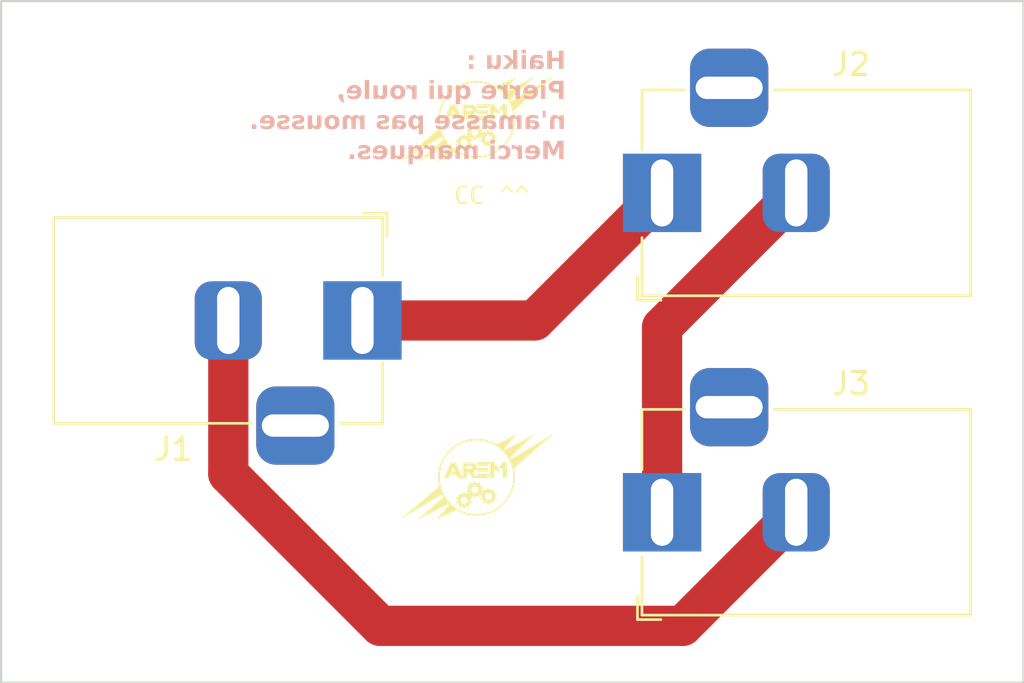
<source format=kicad_pcb>
(kicad_pcb (version 20240108) (generator "pcbnew") (generator_version "8.0")
  (layers (0 "F.Cu" signal) (31 "B.Cu" signal) (34 "B.Paste" user) (35 "F.Paste" user) (36 "B.SilkS" user "B.Silkscreen") (37 "F.SilkS" user "F.Silkscreen") (38 "B.Mask" user) (39 "F.Mask" user) (44 "Edge.Cuts" user))
  (net 0 "")
  (net 1 "Net-(J1-Pin_1)")
  (net 2 "Net-(J1-Pin_2)")
  (footprint "Connector_BarrelJack:BarrelJack_Horizontal" (layer "F.Cu") (at 108.3 73.66 180)
    (property "Reference" "J3" (at -8.45 5.75 0) (layer "F.SilkS"))
    (property "Value" "Conn_01x02_Pin")
    (fp_line (start 1.1 -3.75) (end 1.1 -4.8) (stroke (width 0.12)) (layer "F.SilkS"))
    (fp_line (start 0.9 4.6) (end -1 4.6) (stroke (width 0.12)) (layer "F.SilkS"))
    (fp_line (start 0.9 1.9) (end 0.9 4.6) (stroke (width 0.12)) (layer "F.SilkS"))
    (fp_line (start 0.9 -4.6) (end 0.9 -2) (stroke (width 0.12)) (layer "F.SilkS"))
    (fp_line (start 0.05 -4.8) (end 1.1 -4.8) (stroke (width 0.12)) (layer "F.SilkS"))
    (fp_line (start -5 4.6) (end -13.8 4.6) (stroke (width 0.12)) (layer "F.SilkS"))
    (fp_line (start -13.8 4.6) (end -13.8 -4.6) (stroke (width 0.12)) (layer "F.SilkS"))
    (fp_line (start -13.8 -4.6) (end 0.9 -4.6) (stroke (width 0.12)) (layer "F.SilkS"))
    (pad "1" thru_hole rect (at 0 0 180) (size 3.5 3.5) (drill oval 1 3) (layers "*.Cu" "*.Mask") (net 2 "Net-(J1-Pin_2)"))
    (pad "2" thru_hole roundrect (at -6 0 180) (size 3 3.5) (drill oval 1 3) (layers "*.Cu" "*.Mask") (net 2 "Net-(J1-Pin_2)"))
    (pad "3" thru_hole roundrect (at -3 4.7 180) (size 3.5 3.5) (drill oval 3 1) (layers "*.Cu" "*.Mask") (net 2 "Net-(J1-Pin_2)"))
  )
  (footprint "Connector_BarrelJack:BarrelJack_Horizontal" (layer "F.Cu") (at 94.9 65.0825)
    (property "Reference" "J1" (at -8.45 5.75 0) (layer "F.SilkS"))
    (property "Value" "Conn_01x02_Pin")
    (fp_line (start -13.8 -4.6) (end 0.9 -4.6) (stroke (width 0.12)) (layer "F.SilkS"))
    (fp_line (start -13.8 4.6) (end -13.8 -4.6) (stroke (width 0.12)) (layer "F.SilkS"))
    (fp_line (start -5 4.6) (end -13.8 4.6) (stroke (width 0.12)) (layer "F.SilkS"))
    (fp_line (start 0.05 -4.8) (end 1.1 -4.8) (stroke (width 0.12)) (layer "F.SilkS"))
    (fp_line (start 0.9 -4.6) (end 0.9 -2) (stroke (width 0.12)) (layer "F.SilkS"))
    (fp_line (start 0.9 1.9) (end 0.9 4.6) (stroke (width 0.12)) (layer "F.SilkS"))
    (fp_line (start 0.9 4.6) (end -1 4.6) (stroke (width 0.12)) (layer "F.SilkS"))
    (fp_line (start 1.1 -3.75) (end 1.1 -4.8) (stroke (width 0.12)) (layer "F.SilkS"))
    (pad "1" thru_hole rect (at 0 0) (size 3.5 3.5) (drill oval 1 3) (layers "*.Cu" "*.Mask") (net 1 "Net-(J1-Pin_1)"))
    (pad "2" thru_hole roundrect (at -6 0) (size 3 3.5) (drill oval 1 3) (layers "*.Cu" "*.Mask") (net 2 "Net-(J1-Pin_2)"))
    (pad "3" thru_hole roundrect (at -3 4.7) (size 3.5 3.5) (drill oval 3 1) (layers "*.Cu" "*.Mask") (net 2 "Net-(J1-Pin_2)"))
  )
  (footprint "cdr:logo_petit" (layer "F.Cu") (at 100 72)
    (property "Reference" "G***" (hide yes))
    (property "Value" "LOGO" (hide yes))
    (fp_poly (pts (xy 1.36211 -0.260429) (xy 1.365335 -0.153458) (xy 1.367187 -0.058092) (xy 1.367643 0.020128) (xy 1.366678 0.075663) (xy 1.364269 0.102971) (xy 1.36371 0.104414) (xy 1.341512 0.114393) (xy 1.296847 0.1206) (xy 1.267237 0.121614) (xy 1.181396 0.121614) (xy 1.181396 -0.095554) (xy 1.181396 -0.312722) (xy 1.085841 -0.312722) (xy 1.033504 -0.314796) (xy 0.998797 -0.320147) (xy 0.990287 -0.325335) (xy 0.999453 -0.344343) (xy 1.024041 -0.384882) (xy 1.05969 -0.439917) (xy 1.081498 -0.47244) (xy 1.172709 -0.606932) (xy 1.261294 -0.607501) (xy 1.34988 -0.608071)) (fill solid) (layer "F.SilkS"))
    (fp_poly (pts (xy 0.908597 -0.406404) (xy 0.960079 -0.336409) (xy 1.003982 -0.275187) (xy 1.036068 -0.228756) (xy 1.052101 -0.203137) (xy 1.052861 -0.201457) (xy 1.046008 -0.183954) (xy 1.007944 -0.171771) (xy 0.989081 -0.168827) (xy 0.931004 -0.163572) (xy 0.893422 -0.171368) (xy 0.862799 -0.198246) (xy 0.833926 -0.237964) (xy 0.790493 -0.301649) (xy 0.785615 -0.090017) (xy 0.780736 0.121614) (xy 0.686084 0.121614) (xy 0.591432 0.121614) (xy 0.586722 -0.221511) (xy 0.582011 -0.564637) (xy 0.542568 -0.4908) (xy 0.503124 -0.416963) (xy 0.26058 -0.416963) (xy 0.164574 -0.41713) (xy 0.097712 -0.418246) (xy 0.054393 -0.421233) (xy 0.029015 -0.427015) (xy 0.015976 -0.436513) (xy 0.009673 -0.450651) (xy 0.007578 -0.458629) (xy 0.001497 -0.509842) (xy 0.002904 -0.541153) (xy 0.008687 -0.582011) (xy 0.390903 -0.585232) (xy 0.773119 -0.588453)) (fill solid) (layer "F.SilkS"))
    (fp_poly (pts (xy -1.043653 -0.569689) (xy -0.930788 -0.564637) (xy -0.787203 -0.243228) (xy -0.743196 -0.144755) (xy -0.703837 -0.056747) (xy -0.671394 0.015732) (xy -0.648134 0.067616) (xy -0.636323 0.093843) (xy -0.635538 0.095554) (xy -0.633088 0.084555) (xy -0.630983 0.043723) (xy -0.629339 -0.02203) (xy -0.628272 -0.10779) (xy -0.6279 -0.208646) (xy -0.627913 -0.225855) (xy -0.628123 -0.382562) (xy -0.452514 -0.382562) (xy -0.446765 -0.34055) (xy -0.440565 -0.316322) (xy -0.432188 -0.29509) (xy -0.415821 -0.283714) (xy -0.38296 -0.279845) (xy -0.325101 -0.281132) (xy -0.314845 -0.281575) (xy -0.252881 -0.28539) (xy -0.217546 -0.291963) (xy -0.200721 -0.304328) (xy -0.19429 -0.32552) (xy -0.194118 -0.326709) (xy -0.196166 -0.370515) (xy -0.219951 -0.398472) (xy -0.269577 -0.413103) (xy -0.34091 -0.416963) (xy -0.405252 -0.415048) (xy -0.440565 -0.405488) (xy -0.452514 -0.382562) (xy -0.628123 -0.382562) (xy -0.628367 -0.564637) (xy -0.383793 -0.569457) (xy -0.282597 -0.570816) (xy -0.209859 -0.569912) (xy -0.159332 -0.566219) (xy -0.124771 -0.559209) (xy -0.09993 -0.548356) (xy -0.094669 -0.545086) (xy -0.054535 -0.50612) (xy -0.017045 -0.44958) (xy 0.00953 -0.389934) (xy 0.017374 -0.349109) (xy 0.019108 -0.335588) (xy 0.027839 -0.326266) (xy 0.048861 -0.320477) (xy 0.087469 -0.317557) (xy 0.148956 -0.316839) (xy 0.238617 -0.317661) (xy 0.264945 -0.318013) (xy 0.512517 -0.321409) (xy 0.517813 -0.238885) (xy 0.523108 -0.156361) (xy 0.270241 -0.156361) (xy 0.017374 -0.156361) (xy 0.017374 -0.221201) (xy 0.017374 -0.286041) (xy -0.025844 -0.22244) (xy -0.060714 -0.180291) (xy -0.095687 -0.151756) (xy -0.105281 -0.147344) (xy -0.126374 -0.136857) (xy -0.131925 -0.119678) (xy -0.120148 -0.090316) (xy -0.089259 -0.043276) (xy -0.057229 0.000534) (xy 0.008687 0.089084) (xy 0.014029 0.018482) (xy 0.019371 -0.05212) (xy 0.287661 -0.05212) (xy 0.555951 -0.05212) (xy 0.555951 0.034747) (xy 0.555951 0.121614) (xy 0.38656 0.125068) (xy 0.294812 0.126622) (xy 0.184918 0.128009) (xy 0.073476 0.129037) (xy 0.010584 0.129412) (xy -0.196 0.130301) (xy -0.310825 -0.031314) (xy -0.42565 -0.192929) (xy -0.430622 -0.026971) (xy -0.435595 0.138988) (xy -0.626355 0.138988) (xy -0.817115 0.138988) (xy -0.846112 0.078181) (xy -0.864401 0.043878) (xy -0.884485 0.025736) (xy -0.917271 0.018615) (xy -0.973666 0.017374) (xy -0.975149 0.017374) (xy -1.033037 0.015833) (xy -1.067457 0.008223) (xy -1.089653 -0.009933) (xy -1.105978 -0.034747) (xy -1.128901 -0.069494) (xy -1.144791 -0.086445) (xy -1.146051 -0.086774) (xy -1.156792 -0.071944) (xy -1.176063 -0.033135) (xy -1.199712 0.021281) (xy -1.199929 0.02181) (xy -1.244523 0.130301) (xy -1.354146 0.135531) (xy -1.413385 0.137449) (xy -1.444839 0.134793) (xy -1.455362 0.125741) (xy -1.45218 0.10947) (xy -1.441938 0.084516) (xy -1.420083 0.033045) (xy -1.388905 -0.039614) (xy -1.350691 -0.128134) (xy -1.329428 -0.177156) (xy -1.107815 -0.177156) (xy -1.093108 -0.16112) (xy -1.056086 -0.156493) (xy -1.042407 -0.156361) (xy -0.998893 -0.160367) (xy -0.974687 -0.170376) (xy -0.972914 -0.174427) (xy -0.980319 -0.19965) (xy -0.999064 -0.242741) (xy -1.010351 -0.265637) (xy -1.047788 -0.338782) (xy -1.078556 -0.269288) (xy -1.102275 -0.211059) (xy -1.107815 -0.177156) (xy -1.329428 -0.177156) (xy -1.307729 -0.227185) (xy -1.298555 -0.24828) (xy -1.156519 -0.574741)) (fill solid) (layer "F.SilkS"))
    (fp_poly (pts (xy 3.405199 -1.811179) (xy 3.392397 -1.797221) (xy 3.355447 -1.762518) (xy 3.296527 -1.709001) (xy 3.21782 -1.6386) (xy 3.121506 -1.553243) (xy 3.009764 -1.454861) (xy 2.884776 -1.345384) (xy 2.748722 -1.22674) (xy 2.603782 -1.100861) (xy 2.545085 -1.050021) (xy 1.684972 -0.305615) (xy 1.698129 -0.217958) (xy 1.702919 -0.168104) (xy 1.706843 -0.092795) (xy 1.709557 -0.001321) (xy 1.710717 0.09703) (xy 1.710723 0.121614) (xy 1.709399 0.234297) (xy 1.705337 0.322093) (xy 1.697549 0.39482) (xy 1.685043 0.462295) (xy 1.670409 0.521204) (xy 1.589998 0.754626) (xy 1.479059 0.97155) (xy 1.338114 1.171072) (xy 1.217463 1.30433) (xy 1.070329 1.437609) (xy 0.91675 1.546992) (xy 0.743549 1.641706) (xy 0.719307 1.653235) (xy 0.605114 1.703757) (xy 0.502628 1.741211) (xy 0.402824 1.767421) (xy 0.296681 1.784213) (xy 0.175174 1.793412) (xy 0.029281 1.796841) (xy 0.008687 1.796956) (xy -0.148302 1.79484) (xy -0.280031 1.785836) (xy -0.39563 1.768054) (xy -0.504223 1.739608) (xy -0.614937 1.698611) (xy -0.736899 1.643175) (xy -0.738372 1.642461) (xy -0.894733 1.566623) (xy -1.316921 1.766927) (xy -1.428865 1.819481) (xy -1.530438 1.8661) (xy -1.61747 1.904958) (xy -1.685794 1.934226) (xy -1.731241 1.952079) (xy -1.749643 1.956687) (xy -1.749703 1.956636) (xy -1.748248 1.937132) (xy -1.734173 1.915531) (xy -1.715341 1.893724) (xy -1.67747 1.850018) (xy -1.624314 1.788738) (xy -1.559626 1.714212) (xy -1.48716 1.630766) (xy -1.460847 1.600475) (xy -1.371809 1.496342) (xy -1.30355 1.412925) (xy -1.256936 1.351359) (xy -1.232836 1.312781) (xy -1.230432 1.299144) (xy -1.250321 1.302614) (xy -1.299744 1.322354) (xy -1.37777 1.357917) (xy -1.483469 1.408859) (xy -1.615914 1.474734) (xy -1.774174 1.555097) (xy -1.905712 1.622779) (xy -2.045412 1.694857) (xy -2.175567 1.761733) (xy -2.29294 1.821765) (xy -2.394293 1.87331) (xy -2.476389 1.914724) (xy -2.535989 1.944364) (xy -2.569857 1.960587) (xy -2.576426 1.963201) (xy -2.587554 1.950743) (xy -2.587516 1.950171) (xy -2.574616 1.93632) (xy -2.538216 1.902085) (xy -2.481023 1.849894) (xy -2.405747 1.782178) (xy -2.315095 1.701366) (xy -2.211776 1.609888) (xy -2.098497 1.510172) (xy -2.03345 1.453152) (xy -1.480513 0.969162) (xy -1.508909 0.919685) (xy -1.530965 0.887303) (xy -1.550573 0.881618) (xy -1.572175 0.892775) (xy -1.593333 0.905631) (xy -1.641588 0.934455) (xy -1.714103 0.977566) (xy -1.808042 1.033283) (xy -1.920571 1.099928) (xy -2.048851 1.175819) (xy -2.190049 1.259278) (xy -2.341328 1.348624) (xy -2.440971 1.407438) (xy -2.597325 1.499738) (xy -2.745521 1.587293) (xy -2.882704 1.668411) (xy -3.006019 1.7414) (xy -3.112612 1.804571) (xy -3.199629 1.85623) (xy -3.264214 1.894688) (xy -3.303513 1.918252) (xy -3.313988 1.924679) (xy -3.343824 1.938194) (xy -3.353078 1.931017) (xy -3.340131 1.916823) (xy -3.30279 1.882265) (xy -3.243301 1.829288) (xy -3.163912 1.759834) (xy -3.06687 1.675847) (xy -2.954422 1.579269) (xy -2.828815 1.472043) (xy -2.692297 1.356113) (xy -2.547115 1.233421) (xy -2.514091 1.205593) (xy -1.675105 0.498975) (xy -1.698747 0.366759) (xy -1.712941 0.242485) (xy -1.71657 0.098131) (xy -1.7147 0.053732) (xy -1.64475 0.053732) (xy -1.633724 0.283977) (xy -1.591301 0.509335) (xy -1.518387 0.726417) (xy -1.415887 0.931836) (xy -1.284707 1.122201) (xy -1.125753 1.294126) (xy -1.110421 1.3083) (xy -0.957394 1.4296) (xy -0.782702 1.536649) (xy -0.595988 1.624707) (xy -0.406892 1.689036) (xy -0.277971 1.71746) (xy -0.175807 1.728934) (xy -0.054505 1.734206) (xy 0.072794 1.733383) (xy 0.192948 1.726568) (xy 0.292814 1.713866) (xy 0.298164 1.712863) (xy 0.530855 1.652275) (xy 0.745069 1.562832) (xy 0.943569 1.443102) (xy 1.129121 1.291654) (xy 1.150392 1.271527) (xy 1.303854 1.100739) (xy 1.430305 0.911109) (xy 1.528909 0.706491) (xy 1.59883 0.490742) (xy 1.639231 0.267714) (xy 1.649277 0.041265) (xy 1.628132 -0.184753) (xy 1.574959 -0.406484) (xy 1.537226 -0.511731) (xy 1.43157 -0.731046) (xy 1.299574 -0.92816) (xy 1.142686 -1.10173) (xy 0.962358 -1.250411) (xy 0.760042 -1.372858) (xy 0.537187 -1.467725) (xy 0.488453 -1.483848) (xy 0.262467 -1.537703) (xy 0.03617 -1.558484) (xy -0.187525 -1.547716) (xy -0.405703 -1.506921) (xy -0.615452 -1.437623) (xy -0.813858 -1.341347) (xy -0.998008 -1.219615) (xy -1.164989 -1.073951) (xy -1.311888 -0.905879) (xy -1.43579 -0.716921) (xy -1.533783 -0.508603) (xy -1.568992 -0.407865) (xy -1.623474 -0.178012) (xy -1.64475 0.053732) (xy -1.7147 0.053732) (xy -1.710186 -0.053464) (xy -1.694339 -0.199462) (xy -1.669584 -0.327022) (xy -1.668795 -0.330096) (xy -1.627061 -0.462061) (xy -1.569175 -0.604375) (xy -1.50123 -0.743872) (xy -1.429319 -0.867382) (xy -1.40069 -0.909527) (xy -1.339618 -0.986092) (xy -1.26029 -1.073281) (xy -1.171449 -1.162482) (xy -1.08184 -1.245086) (xy -1.000206 -1.312481) (xy -0.967323 -1.336289) (xy -0.913683 -1.369342) (xy -0.840564 -1.409893) (xy -0.760216 -1.451272) (xy -0.723338 -1.469156) (xy -0.501736 -1.555268) (xy -0.271555 -1.608903) (xy -0.036448 -1.630107) (xy 0.199932 -1.618928) (xy 0.433932 -1.575411) (xy 0.661897 -1.499602) (xy 0.771087 -1.450288) (xy 0.89067 -1.391263) (xy 1.325415 -1.599051) (xy 1.438945 -1.653184) (xy 1.541976 -1.702062) (xy 1.63043 -1.743772) (xy 1.700231 -1.776399) (xy 1.747303 -1.79803) (xy 1.76757 -1.806751) (xy 1.767985 -1.80684) (xy 1.772825 -1.801127) (xy 1.764435 -1.782502) (xy 1.741084 -1.748737) (xy 1.701041 -1.697602) (xy 1.642575 -1.62687) (xy 1.563956 -1.53431) (xy 1.486333 -1.444142) (xy 1.411408 -1.356275) (xy 1.345838 -1.277095) (xy 1.29254 -1.210318) (xy 1.254434 -1.15966) (xy 1.234439 -1.128839) (xy 1.232639 -1.12113) (xy 1.249717 -1.127536) (xy 1.29352 -1.148403) (xy 1.360192 -1.181698) (xy 1.445876 -1.225391) (xy 1.546713 -1.277448) (xy 1.658848 -1.335838) (xy 1.778421 -1.398531) (xy 1.901575 -1.463494) (xy 2.024454 -1.528695) (xy 2.143199 -1.592103) (xy 2.253953 -1.651686) (xy 2.352859 -1.705412) (xy 2.436059 -1.751251) (xy 2.499696 -1.787169) (xy 2.522295 -1.80037) (xy 2.540832 -1.795896) (xy 2.543133 -1.792831) (xy 2.53293 -1.778105) (xy 2.500077 -1.741998) (xy 2.447116 -1.687064) (xy 2.376588 -1.615855) (xy 2.291035 -1.530923) (xy 2.192997 -1.43482) (xy 2.085017 -1.3301) (xy 2.022317 -1.26976) (xy 1.88785 -1.14031) (xy 1.777055 -1.032688) (xy 1.688162 -0.945053) (xy 1.619403 -0.875565) (xy 1.56901 -0.822383) (xy 1.535214 -0.783666) (xy 1.516248 -0.757573) (xy 1.510344 -0.742264) (xy 1.51166 -0.738168) (xy 1.52107 -0.736441) (xy 1.541804 -0.742573) (xy 1.575795 -0.757652) (xy 1.624978 -0.782768) (xy 1.691288 -0.81901) (xy 1.77666 -0.867466) (xy 1.883028 -0.929227) (xy 2.012326 -1.005379) (xy 2.16649 -1.097014) (xy 2.347454 -1.205219) (xy 2.440147 -1.260808) (xy 2.602623 -1.358223) (xy 2.756701 -1.450416) (xy 2.899726 -1.535811) (xy 3.029041 -1.61283) (xy 3.141991 -1.679897) (xy 3.235922 -1.735436) (xy 3.308178 -1.777871) (xy 3.356103 -1.805623) (xy 3.377042 -1.817118) (xy 3.377332 -1.817237) (xy 3.400789 -1.818503)) (fill solid) (layer "F.SilkS"))
    (fp_poly (pts (xy -0.046095 0.283781) (xy -0.028047 0.308725) (xy -0.025098 0.319057) (xy -0.002559 0.361402) (xy 0.032273 0.373471) (xy 0.072944 0.353034) (xy 0.073023 0.352962) (xy 0.110931 0.333318) (xy 0.141505 0.34494) (xy 0.160646 0.384499) (xy 0.165048 0.427705) (xy 0.167513 0.471755) (xy 0.180401 0.492084) (xy 0.211948 0.499652) (xy 0.219739 0.500456) (xy 0.265123 0.516195) (xy 0.287467 0.546387) (xy 0.283168 0.581723) (xy 0.260516 0.605847) (xy 0.229822 0.639759) (xy 0.233626 0.674647) (xy 0.251915 0.694939) (xy 0.272495 0.707157) (xy 0.277956 0.691602) (xy 0.277976 0.689242) (xy 0.291778 0.655529) (xy 0.325343 0.640766) (xy 0.366909 0.649288) (xy 0.374418 0.653685) (xy 0.421033 0.669768) (xy 0.457338 0.653531) (xy 0.476808 0.614405) (xy 0.492185 0.582793) (xy 0.523455 0.575586) (xy 0.53484 0.576572) (xy 0.57419 0.591536) (xy 0.587423 0.620033) (xy 0.605625 0.654941) (xy 0.642199 0.664292) (xy 0.69021 0.646339) (xy 0.690682 0.646042) (xy 0.733596 0.633401) (xy 0.765347 0.649574) (xy 0.778243 0.688801) (xy 0.776306 0.710154) (xy 0.774018 0.763104) (xy 0.794255 0.791482) (xy 0.834614 0.799179) (xy 0.877821 0.811147) (xy 0.899141 0.840018) (xy 0.894783 0.875239) (xy 0.870979 0.900429) (xy 0.838779 0.933278) (xy 0.841322 0.966076) (xy 0.868587 0.992512) (xy 0.895068 1.025629) (xy 0.892224 1.060536) (xy 0.863657 1.087925) (xy 0.82781 1.097903) (xy 0.791344 1.104584) (xy 0.777639 1.122438) (xy 0.778019 1.162964) (xy 0.778087 1.163798) (xy 0.773074 1.219964) (xy 0.749544 1.250621) (xy 0.71146 1.252576) (xy 0.684346 1.239356) (xy 0.637661 1.221036) (xy 0.603963 1.233046) (xy 0.587702 1.271544) (xy 0.568348 1.307322) (xy 0.542459 1.317309) (xy 0.511039 1.313356) (xy 0.490239 1.284984) (xy 0.484296 1.269532) (xy 0.45882 1.227382) (xy 0.423997 1.218643) (xy 0.380762 1.243533) (xy 0.379241 1.244895) (xy 0.353242 1.263797) (xy 0.331771 1.258269) (xy 0.313804 1.243181) (xy 0.290631 1.211607) (xy 0.294928 1.173963) (xy 0.296555 1.169537) (xy 0.305854 1.124893) (xy 0.288735 1.101298) (xy 0.243374 1.094528) (xy 0.19974 1.082681) (xy 0.178024 1.054038) (xy 0.182028 1.01895) (xy 0.206176 0.993278) (xy 0.238219 0.960007) (xy 0.238135 0.958303) (xy 0.383282 0.958303) (xy 0.399592 1.015641) (xy 0.441869 1.064562) (xy 0.46927 1.081471) (xy 0.5097 1.10176) (xy 0.533866 1.10918) (xy 0.557489 1.104442) (xy 0.596289 1.088257) (xy 0.598544 1.087312) (xy 0.65698 1.048036) (xy 0.689204 0.995508) (xy 0.69678 0.937354) (xy 0.681276 0.881197) (xy 0.644257 0.834659) (xy 0.587288 0.805365) (xy 0.539367 0.799179) (xy 0.470981 0.812985) (xy 0.420894 0.849254) (xy 0.391022 0.900267) (xy 0.383282 0.958303) (xy 0.238135 0.958303) (xy 0.236612 0.927586) (xy 0.208482 0.90342) (xy 0.181716 0.893714) (xy 0.17381 0.907482) (xy 0.173735 0.910884) (xy 0.159785 0.943583) (xy 0.126029 0.958631) (xy 0.084609 0.952046) (xy 0.071374 0.944478) (xy 0.026991 0.926114) (xy -0.005229 0.93867) (xy -0.020369 0.976195) (xy -0.037323 1.012715) (xy -0.067927 1.023361) (xy -0.10285 1.008321) (xy -0.129744 0.973991) (xy -0.153884 0.938273) (xy -0.176397 0.92153) (xy -0.178524 0.921346) (xy -0.202843 0.92874) (xy -0.229592 0.944791) (xy -0.248753 0.961842) (xy -0.25031 0.972237) (xy -0.245989 0.972914) (xy -0.224084 0.987264) (xy -0.209804 1.012004) (xy -0.205074 1.044722) (xy -0.223767 1.07453) (xy -0.240768 1.090108) (xy -0.286662 1.129122) (xy -0.239003 1.165309) (xy -0.207794 1.194211) (xy -0.202665 1.218888) (xy -0.209211 1.234879) (xy -0.23955 1.261698) (xy -0.266425 1.268263) (xy -0.314389 1.278526) (xy -0.333969 1.307795) (xy -0.325096 1.350478) (xy -0.314576 1.385786) (xy -0.32748 1.409193) (xy -0.337167 1.416904) (xy -0.365897 1.430777) (xy -0.395767 1.421974) (xy -0.410182 1.413091) (xy -0.456868 1.39477) (xy -0.490565 1.406781) (xy -0.506826 1.445278) (xy -0.52618 1.481056) (xy -0.552069 1.491043) (xy -0.583489 1.487091) (xy -0.604289 1.458719) (xy -0.610232 1.443266) (xy -0.635708 1.401117) (xy -0.670531 1.392377) (xy -0.713766 1.417267) (xy -0.715287 1.41863) (xy -0.74116 1.437448) (xy -0.762601 1.432067) (xy -0.781247 1.416443) (xy -0.804307 1.3865) (xy -0.799466 1.355851) (xy -0.797282 1.351586) (xy -0.786055 1.307082) (xy -0.805177 1.277987) (xy -0.848728 1.268263) (xy -0.891568 1.256217) (xy -0.912306 1.227167) (xy -0.907048 1.191748) (xy -0.88527 1.168472) (xy -0.8642 1.145078) (xy -0.708528 1.145078) (xy -0.68944 1.205771) (xy -0.684393 1.213524) (xy -0.631771 1.263788) (xy -0.568799 1.281215) (xy -0.498126 1.265193) (xy -0.486109 1.259396) (xy -0.428598 1.213831) (xy -0.401542 1.156361) (xy -0.405929 1.093489) (xy -0.442744 1.031719) (xy -0.450373 1.023698) (xy -0.508246 0.982554) (xy -0.555951 0.972914) (xy -0.619172 0.988012) (xy -0.668763 1.027522) (xy -0.700092 1.082769) (xy -0.708528 1.145078) (xy -0.8642 1.145078) (xy -0.855884 1.135845) (xy -0.857141 1.105549) (xy -0.886046 1.085841) (xy -0.915675 1.063989) (xy -0.920313 1.032362) (xy -0.903842 1.000517) (xy -0.870146 0.978011) (xy -0.840163 0.972914) (xy -0.799635 0.963303) (xy -0.793877 0.948871) (xy -0.324192 0.948871) (xy -0.321409 0.955541) (xy -0.298394 0.972265) (xy -0.293298 0.972914) (xy -0.283879 0.96221) (xy -0.286662 0.955541) (xy -0.309677 0.938816) (xy -0.314773 0.938167) (xy -0.324192 0.948871) (xy -0.793877 0.948871) (xy -0.788419 0.935192) (xy -0.800072 0.901752) (xy -0.810478 0.867152) (xy -0.793523 0.838219) (xy -0.791907 0.836582) (xy -0.763863 0.818189) (xy -0.733179 0.827759) (xy -0.72964 0.829923) (xy -0.680626 0.84974) (xy -0.645247 0.83803) (xy -0.622841 0.799179) (xy -0.599699 0.759072) (xy -0.564788 0.747059) (xy -0.564637 0.747059) (xy -0.529673 0.758985) (xy -0.506502 0.798984) (xy -0.506434 0.799179) (xy -0.479879 0.839503) (xy -0.443593 0.851602) (xy -0.406546 0.833082) (xy -0.401273 0.827268) (xy -0.391431 0.804976) (xy -0.394376 0.802838) (xy -0.359515 0.802838) (xy -0.347057 0.817437) (xy -0.33776 0.824687) (xy -0.308134 0.846084) (xy -0.29974 0.846325) (xy -0.300591 0.843638) (xy 0.156361 0.843638) (xy 0.160511 0.866927) (xy 0.170366 0.85851) (xy 0.178775 0.833902) (xy 0.179919 0.810389) (xy 0.172115 0.808867) (xy 0.157645 0.832973) (xy 0.156361 0.843638) (xy -0.300591 0.843638) (xy -0.306332 0.825521) (xy -0.306439 0.82524) (xy -0.33017 0.80212) (xy -0.343962 0.799179) (xy -0.359515 0.802838) (xy -0.394376 0.802838) (xy -0.407833 0.793067) (xy -0.430559 0.769476) (xy -0.431029 0.73448) (xy -0.410439 0.702313) (xy -0.399589 0.694939) (xy -0.369141 0.667145) (xy -0.370327 0.656405) (xy -0.224033 0.656405) (xy -0.213527 0.713205) (xy -0.184112 0.76336) (xy -0.135905 0.799787) (xy -0.069494 0.815387) (xy -0.038113 0.807488) (xy -0.013255 0.795535) (xy 0.270449 0.795535) (xy 0.276662 0.799179) (xy 0.295164 0.785367) (xy 0.301632 0.773119) (xy 0.302876 0.750704) (xy 0.296663 0.747059) (xy 0.278161 0.760871) (xy 0.271693 0.773119) (xy 0.270449 0.795535) (xy -0.013255 0.795535) (xy 0.005034 0.786741) (xy 0.012088 0.78257) (xy 0.05987 0.735534) (xy 0.081406 0.674909) (xy 0.076443 0.610161) (xy 0.044732 0.550756) (xy 0.018879 0.5261) (xy -0.01627 0.51188) (xy -0.066557 0.5046) (xy -0.074627 0.504383) (xy -0.140926 0.516948) (xy -0.187849 0.551194) (xy -0.215512 0.60004) (xy -0.224033 0.656405) (xy -0.370327 0.656405) (xy -0.372402 0.637618) (xy -0.407915 0.611397) (xy -0.437942 0.591358) (xy -0.440317 0.564169) (xy -0.436444 0.552145) (xy -0.406418 0.516834) (xy -0.374972 0.506921) (xy -0.33084 0.490631) (xy -0.316702 0.457576) (xy -0.328199 0.420508) (xy -0.336041 0.388245) (xy -0.315625 0.358806) (xy -0.313632 0.35698) (xy -0.287159 0.337742) (xy -0.263118 0.3405) (xy -0.238459 0.355187) (xy -0.190976 0.373452) (xy -0.1546 0.362888) (xy -0.135833 0.32545) (xy -0.13566 0.324284) (xy -0.117927 0.292471) (xy -0.08313 0.281223)) (fill solid) (layer "F.SilkS"))
  )
  (footprint "Connector_BarrelJack:BarrelJack_Horizontal" (layer "F.Cu") (at 108.3 59.3775 180)
    (property "Reference" "J2" (at -8.45 5.75 0) (layer "F.SilkS"))
    (property "Value" "Conn_01x02_Pin")
    (fp_line (start 1.1 -3.75) (end 1.1 -4.8) (stroke (width 0.12)) (layer "F.SilkS"))
    (fp_line (start 0.9 4.6) (end -1 4.6) (stroke (width 0.12)) (layer "F.SilkS"))
    (fp_line (start 0.9 1.9) (end 0.9 4.6) (stroke (width 0.12)) (layer "F.SilkS"))
    (fp_line (start 0.9 -4.6) (end 0.9 -2) (stroke (width 0.12)) (layer "F.SilkS"))
    (fp_line (start 0.05 -4.8) (end 1.1 -4.8) (stroke (width 0.12)) (layer "F.SilkS"))
    (fp_line (start -5 4.6) (end -13.8 4.6) (stroke (width 0.12)) (layer "F.SilkS"))
    (fp_line (start -13.8 4.6) (end -13.8 -4.6) (stroke (width 0.12)) (layer "F.SilkS"))
    (fp_line (start -13.8 -4.6) (end 0.9 -4.6) (stroke (width 0.12)) (layer "F.SilkS"))
    (pad "1" thru_hole rect (at 0 0 180) (size 3.5 3.5) (drill oval 1 3) (layers "*.Cu" "*.Mask") (net 1 "Net-(J1-Pin_1)"))
    (pad "2" thru_hole roundrect (at -6 0 180) (size 3 3.5) (drill oval 1 3) (layers "*.Cu" "*.Mask") (net 2 "Net-(J1-Pin_2)"))
    (pad "3" thru_hole roundrect (at -3 4.7 180) (size 3.5 3.5) (drill oval 3 1) (layers "*.Cu" "*.Mask"))
  )
  (footprint "cdr:logo_petit" (layer "F.Cu") (at 100 56)
    (property "Reference" "G***" (hide yes))
    (property "Value" "LOGO" (hide yes))
    (fp_poly (pts (xy 1.36211 -0.260429) (xy 1.365335 -0.153458) (xy 1.367187 -0.058092) (xy 1.367643 0.020128) (xy 1.366678 0.075663) (xy 1.364269 0.102971) (xy 1.36371 0.104414) (xy 1.341512 0.114393) (xy 1.296847 0.1206) (xy 1.267237 0.121614) (xy 1.181396 0.121614) (xy 1.181396 -0.095554) (xy 1.181396 -0.312722) (xy 1.085841 -0.312722) (xy 1.033504 -0.314796) (xy 0.998797 -0.320147) (xy 0.990287 -0.325335) (xy 0.999453 -0.344343) (xy 1.024041 -0.384882) (xy 1.05969 -0.439917) (xy 1.081498 -0.47244) (xy 1.172709 -0.606932) (xy 1.261294 -0.607501) (xy 1.34988 -0.608071)) (fill solid) (layer "F.SilkS"))
    (fp_poly (pts (xy 0.908597 -0.406404) (xy 0.960079 -0.336409) (xy 1.003982 -0.275187) (xy 1.036068 -0.228756) (xy 1.052101 -0.203137) (xy 1.052861 -0.201457) (xy 1.046008 -0.183954) (xy 1.007944 -0.171771) (xy 0.989081 -0.168827) (xy 0.931004 -0.163572) (xy 0.893422 -0.171368) (xy 0.862799 -0.198246) (xy 0.833926 -0.237964) (xy 0.790493 -0.301649) (xy 0.785615 -0.090017) (xy 0.780736 0.121614) (xy 0.686084 0.121614) (xy 0.591432 0.121614) (xy 0.586722 -0.221511) (xy 0.582011 -0.564637) (xy 0.542568 -0.4908) (xy 0.503124 -0.416963) (xy 0.26058 -0.416963) (xy 0.164574 -0.41713) (xy 0.097712 -0.418246) (xy 0.054393 -0.421233) (xy 0.029015 -0.427015) (xy 0.015976 -0.436513) (xy 0.009673 -0.450651) (xy 0.007578 -0.458629) (xy 0.001497 -0.509842) (xy 0.002904 -0.541153) (xy 0.008687 -0.582011) (xy 0.390903 -0.585232) (xy 0.773119 -0.588453)) (fill solid) (layer "F.SilkS"))
    (fp_poly (pts (xy -1.043653 -0.569689) (xy -0.930788 -0.564637) (xy -0.787203 -0.243228) (xy -0.743196 -0.144755) (xy -0.703837 -0.056747) (xy -0.671394 0.015732) (xy -0.648134 0.067616) (xy -0.636323 0.093843) (xy -0.635538 0.095554) (xy -0.633088 0.084555) (xy -0.630983 0.043723) (xy -0.629339 -0.02203) (xy -0.628272 -0.10779) (xy -0.6279 -0.208646) (xy -0.627913 -0.225855) (xy -0.628123 -0.382562) (xy -0.452514 -0.382562) (xy -0.446765 -0.34055) (xy -0.440565 -0.316322) (xy -0.432188 -0.29509) (xy -0.415821 -0.283714) (xy -0.38296 -0.279845) (xy -0.325101 -0.281132) (xy -0.314845 -0.281575) (xy -0.252881 -0.28539) (xy -0.217546 -0.291963) (xy -0.200721 -0.304328) (xy -0.19429 -0.32552) (xy -0.194118 -0.326709) (xy -0.196166 -0.370515) (xy -0.219951 -0.398472) (xy -0.269577 -0.413103) (xy -0.34091 -0.416963) (xy -0.405252 -0.415048) (xy -0.440565 -0.405488) (xy -0.452514 -0.382562) (xy -0.628123 -0.382562) (xy -0.628367 -0.564637) (xy -0.383793 -0.569457) (xy -0.282597 -0.570816) (xy -0.209859 -0.569912) (xy -0.159332 -0.566219) (xy -0.124771 -0.559209) (xy -0.09993 -0.548356) (xy -0.094669 -0.545086) (xy -0.054535 -0.50612) (xy -0.017045 -0.44958) (xy 0.00953 -0.389934) (xy 0.017374 -0.349109) (xy 0.019108 -0.335588) (xy 0.027839 -0.326266) (xy 0.048861 -0.320477) (xy 0.087469 -0.317557) (xy 0.148956 -0.316839) (xy 0.238617 -0.317661) (xy 0.264945 -0.318013) (xy 0.512517 -0.321409) (xy 0.517813 -0.238885) (xy 0.523108 -0.156361) (xy 0.270241 -0.156361) (xy 0.017374 -0.156361) (xy 0.017374 -0.221201) (xy 0.017374 -0.286041) (xy -0.025844 -0.22244) (xy -0.060714 -0.180291) (xy -0.095687 -0.151756) (xy -0.105281 -0.147344) (xy -0.126374 -0.136857) (xy -0.131925 -0.119678) (xy -0.120148 -0.090316) (xy -0.089259 -0.043276) (xy -0.057229 0.000534) (xy 0.008687 0.089084) (xy 0.014029 0.018482) (xy 0.019371 -0.05212) (xy 0.287661 -0.05212) (xy 0.555951 -0.05212) (xy 0.555951 0.034747) (xy 0.555951 0.121614) (xy 0.38656 0.125068) (xy 0.294812 0.126622) (xy 0.184918 0.128009) (xy 0.073476 0.129037) (xy 0.010584 0.129412) (xy -0.196 0.130301) (xy -0.310825 -0.031314) (xy -0.42565 -0.192929) (xy -0.430622 -0.026971) (xy -0.435595 0.138988) (xy -0.626355 0.138988) (xy -0.817115 0.138988) (xy -0.846112 0.078181) (xy -0.864401 0.043878) (xy -0.884485 0.025736) (xy -0.917271 0.018615) (xy -0.973666 0.017374) (xy -0.975149 0.017374) (xy -1.033037 0.015833) (xy -1.067457 0.008223) (xy -1.089653 -0.009933) (xy -1.105978 -0.034747) (xy -1.128901 -0.069494) (xy -1.144791 -0.086445) (xy -1.146051 -0.086774) (xy -1.156792 -0.071944) (xy -1.176063 -0.033135) (xy -1.199712 0.021281) (xy -1.199929 0.02181) (xy -1.244523 0.130301) (xy -1.354146 0.135531) (xy -1.413385 0.137449) (xy -1.444839 0.134793) (xy -1.455362 0.125741) (xy -1.45218 0.10947) (xy -1.441938 0.084516) (xy -1.420083 0.033045) (xy -1.388905 -0.039614) (xy -1.350691 -0.128134) (xy -1.329428 -0.177156) (xy -1.107815 -0.177156) (xy -1.093108 -0.16112) (xy -1.056086 -0.156493) (xy -1.042407 -0.156361) (xy -0.998893 -0.160367) (xy -0.974687 -0.170376) (xy -0.972914 -0.174427) (xy -0.980319 -0.19965) (xy -0.999064 -0.242741) (xy -1.010351 -0.265637) (xy -1.047788 -0.338782) (xy -1.078556 -0.269288) (xy -1.102275 -0.211059) (xy -1.107815 -0.177156) (xy -1.329428 -0.177156) (xy -1.307729 -0.227185) (xy -1.298555 -0.24828) (xy -1.156519 -0.574741)) (fill solid) (layer "F.SilkS"))
    (fp_poly (pts (xy 3.405199 -1.811179) (xy 3.392397 -1.797221) (xy 3.355447 -1.762518) (xy 3.296527 -1.709001) (xy 3.21782 -1.6386) (xy 3.121506 -1.553243) (xy 3.009764 -1.454861) (xy 2.884776 -1.345384) (xy 2.748722 -1.22674) (xy 2.603782 -1.100861) (xy 2.545085 -1.050021) (xy 1.684972 -0.305615) (xy 1.698129 -0.217958) (xy 1.702919 -0.168104) (xy 1.706843 -0.092795) (xy 1.709557 -0.001321) (xy 1.710717 0.09703) (xy 1.710723 0.121614) (xy 1.709399 0.234297) (xy 1.705337 0.322093) (xy 1.697549 0.39482) (xy 1.685043 0.462295) (xy 1.670409 0.521204) (xy 1.589998 0.754626) (xy 1.479059 0.97155) (xy 1.338114 1.171072) (xy 1.217463 1.30433) (xy 1.070329 1.437609) (xy 0.91675 1.546992) (xy 0.743549 1.641706) (xy 0.719307 1.653235) (xy 0.605114 1.703757) (xy 0.502628 1.741211) (xy 0.402824 1.767421) (xy 0.296681 1.784213) (xy 0.175174 1.793412) (xy 0.029281 1.796841) (xy 0.008687 1.796956) (xy -0.148302 1.79484) (xy -0.280031 1.785836) (xy -0.39563 1.768054) (xy -0.504223 1.739608) (xy -0.614937 1.698611) (xy -0.736899 1.643175) (xy -0.738372 1.642461) (xy -0.894733 1.566623) (xy -1.316921 1.766927) (xy -1.428865 1.819481) (xy -1.530438 1.8661) (xy -1.61747 1.904958) (xy -1.685794 1.934226) (xy -1.731241 1.952079) (xy -1.749643 1.956687) (xy -1.749703 1.956636) (xy -1.748248 1.937132) (xy -1.734173 1.915531) (xy -1.715341 1.893724) (xy -1.67747 1.850018) (xy -1.624314 1.788738) (xy -1.559626 1.714212) (xy -1.48716 1.630766) (xy -1.460847 1.600475) (xy -1.371809 1.496342) (xy -1.30355 1.412925) (xy -1.256936 1.351359) (xy -1.232836 1.312781) (xy -1.230432 1.299144) (xy -1.250321 1.302614) (xy -1.299744 1.322354) (xy -1.37777 1.357917) (xy -1.483469 1.408859) (xy -1.615914 1.474734) (xy -1.774174 1.555097) (xy -1.905712 1.622779) (xy -2.045412 1.694857) (xy -2.175567 1.761733) (xy -2.29294 1.821765) (xy -2.394293 1.87331) (xy -2.476389 1.914724) (xy -2.535989 1.944364) (xy -2.569857 1.960587) (xy -2.576426 1.963201) (xy -2.587554 1.950743) (xy -2.587516 1.950171) (xy -2.574616 1.93632) (xy -2.538216 1.902085) (xy -2.481023 1.849894) (xy -2.405747 1.782178) (xy -2.315095 1.701366) (xy -2.211776 1.609888) (xy -2.098497 1.510172) (xy -2.03345 1.453152) (xy -1.480513 0.969162) (xy -1.508909 0.919685) (xy -1.530965 0.887303) (xy -1.550573 0.881618) (xy -1.572175 0.892775) (xy -1.593333 0.905631) (xy -1.641588 0.934455) (xy -1.714103 0.977566) (xy -1.808042 1.033283) (xy -1.920571 1.099928) (xy -2.048851 1.175819) (xy -2.190049 1.259278) (xy -2.341328 1.348624) (xy -2.440971 1.407438) (xy -2.597325 1.499738) (xy -2.745521 1.587293) (xy -2.882704 1.668411) (xy -3.006019 1.7414) (xy -3.112612 1.804571) (xy -3.199629 1.85623) (xy -3.264214 1.894688) (xy -3.303513 1.918252) (xy -3.313988 1.924679) (xy -3.343824 1.938194) (xy -3.353078 1.931017) (xy -3.340131 1.916823) (xy -3.30279 1.882265) (xy -3.243301 1.829288) (xy -3.163912 1.759834) (xy -3.06687 1.675847) (xy -2.954422 1.579269) (xy -2.828815 1.472043) (xy -2.692297 1.356113) (xy -2.547115 1.233421) (xy -2.514091 1.205593) (xy -1.675105 0.498975) (xy -1.698747 0.366759) (xy -1.712941 0.242485) (xy -1.71657 0.098131) (xy -1.7147 0.053732) (xy -1.64475 0.053732) (xy -1.633724 0.283977) (xy -1.591301 0.509335) (xy -1.518387 0.726417) (xy -1.415887 0.931836) (xy -1.284707 1.122201) (xy -1.125753 1.294126) (xy -1.110421 1.3083) (xy -0.957394 1.4296) (xy -0.782702 1.536649) (xy -0.595988 1.624707) (xy -0.406892 1.689036) (xy -0.277971 1.71746) (xy -0.175807 1.728934) (xy -0.054505 1.734206) (xy 0.072794 1.733383) (xy 0.192948 1.726568) (xy 0.292814 1.713866) (xy 0.298164 1.712863) (xy 0.530855 1.652275) (xy 0.745069 1.562832) (xy 0.943569 1.443102) (xy 1.129121 1.291654) (xy 1.150392 1.271527) (xy 1.303854 1.100739) (xy 1.430305 0.911109) (xy 1.528909 0.706491) (xy 1.59883 0.490742) (xy 1.639231 0.267714) (xy 1.649277 0.041265) (xy 1.628132 -0.184753) (xy 1.574959 -0.406484) (xy 1.537226 -0.511731) (xy 1.43157 -0.731046) (xy 1.299574 -0.92816) (xy 1.142686 -1.10173) (xy 0.962358 -1.250411) (xy 0.760042 -1.372858) (xy 0.537187 -1.467725) (xy 0.488453 -1.483848) (xy 0.262467 -1.537703) (xy 0.03617 -1.558484) (xy -0.187525 -1.547716) (xy -0.405703 -1.506921) (xy -0.615452 -1.437623) (xy -0.813858 -1.341347) (xy -0.998008 -1.219615) (xy -1.164989 -1.073951) (xy -1.311888 -0.905879) (xy -1.43579 -0.716921) (xy -1.533783 -0.508603) (xy -1.568992 -0.407865) (xy -1.623474 -0.178012) (xy -1.64475 0.053732) (xy -1.7147 0.053732) (xy -1.710186 -0.053464) (xy -1.694339 -0.199462) (xy -1.669584 -0.327022) (xy -1.668795 -0.330096) (xy -1.627061 -0.462061) (xy -1.569175 -0.604375) (xy -1.50123 -0.743872) (xy -1.429319 -0.867382) (xy -1.40069 -0.909527) (xy -1.339618 -0.986092) (xy -1.26029 -1.073281) (xy -1.171449 -1.162482) (xy -1.08184 -1.245086) (xy -1.000206 -1.312481) (xy -0.967323 -1.336289) (xy -0.913683 -1.369342) (xy -0.840564 -1.409893) (xy -0.760216 -1.451272) (xy -0.723338 -1.469156) (xy -0.501736 -1.555268) (xy -0.271555 -1.608903) (xy -0.036448 -1.630107) (xy 0.199932 -1.618928) (xy 0.433932 -1.575411) (xy 0.661897 -1.499602) (xy 0.771087 -1.450288) (xy 0.89067 -1.391263) (xy 1.325415 -1.599051) (xy 1.438945 -1.653184) (xy 1.541976 -1.702062) (xy 1.63043 -1.743772) (xy 1.700231 -1.776399) (xy 1.747303 -1.79803) (xy 1.76757 -1.806751) (xy 1.767985 -1.80684) (xy 1.772825 -1.801127) (xy 1.764435 -1.782502) (xy 1.741084 -1.748737) (xy 1.701041 -1.697602) (xy 1.642575 -1.62687) (xy 1.563956 -1.53431) (xy 1.486333 -1.444142) (xy 1.411408 -1.356275) (xy 1.345838 -1.277095) (xy 1.29254 -1.210318) (xy 1.254434 -1.15966) (xy 1.234439 -1.128839) (xy 1.232639 -1.12113) (xy 1.249717 -1.127536) (xy 1.29352 -1.148403) (xy 1.360192 -1.181698) (xy 1.445876 -1.225391) (xy 1.546713 -1.277448) (xy 1.658848 -1.335838) (xy 1.778421 -1.398531) (xy 1.901575 -1.463494) (xy 2.024454 -1.528695) (xy 2.143199 -1.592103) (xy 2.253953 -1.651686) (xy 2.352859 -1.705412) (xy 2.436059 -1.751251) (xy 2.499696 -1.787169) (xy 2.522295 -1.80037) (xy 2.540832 -1.795896) (xy 2.543133 -1.792831) (xy 2.53293 -1.778105) (xy 2.500077 -1.741998) (xy 2.447116 -1.687064) (xy 2.376588 -1.615855) (xy 2.291035 -1.530923) (xy 2.192997 -1.43482) (xy 2.085017 -1.3301) (xy 2.022317 -1.26976) (xy 1.88785 -1.14031) (xy 1.777055 -1.032688) (xy 1.688162 -0.945053) (xy 1.619403 -0.875565) (xy 1.56901 -0.822383) (xy 1.535214 -0.783666) (xy 1.516248 -0.757573) (xy 1.510344 -0.742264) (xy 1.51166 -0.738168) (xy 1.52107 -0.736441) (xy 1.541804 -0.742573) (xy 1.575795 -0.757652) (xy 1.624978 -0.782768) (xy 1.691288 -0.81901) (xy 1.77666 -0.867466) (xy 1.883028 -0.929227) (xy 2.012326 -1.005379) (xy 2.16649 -1.097014) (xy 2.347454 -1.205219) (xy 2.440147 -1.260808) (xy 2.602623 -1.358223) (xy 2.756701 -1.450416) (xy 2.899726 -1.535811) (xy 3.029041 -1.61283) (xy 3.141991 -1.679897) (xy 3.235922 -1.735436) (xy 3.308178 -1.777871) (xy 3.356103 -1.805623) (xy 3.377042 -1.817118) (xy 3.377332 -1.817237) (xy 3.400789 -1.818503)) (fill solid) (layer "F.SilkS"))
    (fp_poly (pts (xy -0.046095 0.283781) (xy -0.028047 0.308725) (xy -0.025098 0.319057) (xy -0.002559 0.361402) (xy 0.032273 0.373471) (xy 0.072944 0.353034) (xy 0.073023 0.352962) (xy 0.110931 0.333318) (xy 0.141505 0.34494) (xy 0.160646 0.384499) (xy 0.165048 0.427705) (xy 0.167513 0.471755) (xy 0.180401 0.492084) (xy 0.211948 0.499652) (xy 0.219739 0.500456) (xy 0.265123 0.516195) (xy 0.287467 0.546387) (xy 0.283168 0.581723) (xy 0.260516 0.605847) (xy 0.229822 0.639759) (xy 0.233626 0.674647) (xy 0.251915 0.694939) (xy 0.272495 0.707157) (xy 0.277956 0.691602) (xy 0.277976 0.689242) (xy 0.291778 0.655529) (xy 0.325343 0.640766) (xy 0.366909 0.649288) (xy 0.374418 0.653685) (xy 0.421033 0.669768) (xy 0.457338 0.653531) (xy 0.476808 0.614405) (xy 0.492185 0.582793) (xy 0.523455 0.575586) (xy 0.53484 0.576572) (xy 0.57419 0.591536) (xy 0.587423 0.620033) (xy 0.605625 0.654941) (xy 0.642199 0.664292) (xy 0.69021 0.646339) (xy 0.690682 0.646042) (xy 0.733596 0.633401) (xy 0.765347 0.649574) (xy 0.778243 0.688801) (xy 0.776306 0.710154) (xy 0.774018 0.763104) (xy 0.794255 0.791482) (xy 0.834614 0.799179) (xy 0.877821 0.811147) (xy 0.899141 0.840018) (xy 0.894783 0.875239) (xy 0.870979 0.900429) (xy 0.838779 0.933278) (xy 0.841322 0.966076) (xy 0.868587 0.992512) (xy 0.895068 1.025629) (xy 0.892224 1.060536) (xy 0.863657 1.087925) (xy 0.82781 1.097903) (xy 0.791344 1.104584) (xy 0.777639 1.122438) (xy 0.778019 1.162964) (xy 0.778087 1.163798) (xy 0.773074 1.219964) (xy 0.749544 1.250621) (xy 0.71146 1.252576) (xy 0.684346 1.239356) (xy 0.637661 1.221036) (xy 0.603963 1.233046) (xy 0.587702 1.271544) (xy 0.568348 1.307322) (xy 0.542459 1.317309) (xy 0.511039 1.313356) (xy 0.490239 1.284984) (xy 0.484296 1.269532) (xy 0.45882 1.227382) (xy 0.423997 1.218643) (xy 0.380762 1.243533) (xy 0.379241 1.244895) (xy 0.353242 1.263797) (xy 0.331771 1.258269) (xy 0.313804 1.243181) (xy 0.290631 1.211607) (xy 0.294928 1.173963) (xy 0.296555 1.169537) (xy 0.305854 1.124893) (xy 0.288735 1.101298) (xy 0.243374 1.094528) (xy 0.19974 1.082681) (xy 0.178024 1.054038) (xy 0.182028 1.01895) (xy 0.206176 0.993278) (xy 0.238219 0.960007) (xy 0.238135 0.958303) (xy 0.383282 0.958303) (xy 0.399592 1.015641) (xy 0.441869 1.064562) (xy 0.46927 1.081471) (xy 0.5097 1.10176) (xy 0.533866 1.10918) (xy 0.557489 1.104442) (xy 0.596289 1.088257) (xy 0.598544 1.087312) (xy 0.65698 1.048036) (xy 0.689204 0.995508) (xy 0.69678 0.937354) (xy 0.681276 0.881197) (xy 0.644257 0.834659) (xy 0.587288 0.805365) (xy 0.539367 0.799179) (xy 0.470981 0.812985) (xy 0.420894 0.849254) (xy 0.391022 0.900267) (xy 0.383282 0.958303) (xy 0.238135 0.958303) (xy 0.236612 0.927586) (xy 0.208482 0.90342) (xy 0.181716 0.893714) (xy 0.17381 0.907482) (xy 0.173735 0.910884) (xy 0.159785 0.943583) (xy 0.126029 0.958631) (xy 0.084609 0.952046) (xy 0.071374 0.944478) (xy 0.026991 0.926114) (xy -0.005229 0.93867) (xy -0.020369 0.976195) (xy -0.037323 1.012715) (xy -0.067927 1.023361) (xy -0.10285 1.008321) (xy -0.129744 0.973991) (xy -0.153884 0.938273) (xy -0.176397 0.92153) (xy -0.178524 0.921346) (xy -0.202843 0.92874) (xy -0.229592 0.944791) (xy -0.248753 0.961842) (xy -0.25031 0.972237) (xy -0.245989 0.972914) (xy -0.224084 0.987264) (xy -0.209804 1.012004) (xy -0.205074 1.044722) (xy -0.223767 1.07453) (xy -0.240768 1.090108) (xy -0.286662 1.129122) (xy -0.239003 1.165309) (xy -0.207794 1.194211) (xy -0.202665 1.218888) (xy -0.209211 1.234879) (xy -0.23955 1.261698) (xy -0.266425 1.268263) (xy -0.314389 1.278526) (xy -0.333969 1.307795) (xy -0.325096 1.350478) (xy -0.314576 1.385786) (xy -0.32748 1.409193) (xy -0.337167 1.416904) (xy -0.365897 1.430777) (xy -0.395767 1.421974) (xy -0.410182 1.413091) (xy -0.456868 1.39477) (xy -0.490565 1.406781) (xy -0.506826 1.445278) (xy -0.52618 1.481056) (xy -0.552069 1.491043) (xy -0.583489 1.487091) (xy -0.604289 1.458719) (xy -0.610232 1.443266) (xy -0.635708 1.401117) (xy -0.670531 1.392377) (xy -0.713766 1.417267) (xy -0.715287 1.41863) (xy -0.74116 1.437448) (xy -0.762601 1.432067) (xy -0.781247 1.416443) (xy -0.804307 1.3865) (xy -0.799466 1.355851) (xy -0.797282 1.351586) (xy -0.786055 1.307082) (xy -0.805177 1.277987) (xy -0.848728 1.268263) (xy -0.891568 1.256217) (xy -0.912306 1.227167) (xy -0.907048 1.191748) (xy -0.88527 1.168472) (xy -0.8642 1.145078) (xy -0.708528 1.145078) (xy -0.68944 1.205771) (xy -0.684393 1.213524) (xy -0.631771 1.263788) (xy -0.568799 1.281215) (xy -0.498126 1.265193) (xy -0.486109 1.259396) (xy -0.428598 1.213831) (xy -0.401542 1.156361) (xy -0.405929 1.093489) (xy -0.442744 1.031719) (xy -0.450373 1.023698) (xy -0.508246 0.982554) (xy -0.555951 0.972914) (xy -0.619172 0.988012) (xy -0.668763 1.027522) (xy -0.700092 1.082769) (xy -0.708528 1.145078) (xy -0.8642 1.145078) (xy -0.855884 1.135845) (xy -0.857141 1.105549) (xy -0.886046 1.085841) (xy -0.915675 1.063989) (xy -0.920313 1.032362) (xy -0.903842 1.000517) (xy -0.870146 0.978011) (xy -0.840163 0.972914) (xy -0.799635 0.963303) (xy -0.793877 0.948871) (xy -0.324192 0.948871) (xy -0.321409 0.955541) (xy -0.298394 0.972265) (xy -0.293298 0.972914) (xy -0.283879 0.96221) (xy -0.286662 0.955541) (xy -0.309677 0.938816) (xy -0.314773 0.938167) (xy -0.324192 0.948871) (xy -0.793877 0.948871) (xy -0.788419 0.935192) (xy -0.800072 0.901752) (xy -0.810478 0.867152) (xy -0.793523 0.838219) (xy -0.791907 0.836582) (xy -0.763863 0.818189) (xy -0.733179 0.827759) (xy -0.72964 0.829923) (xy -0.680626 0.84974) (xy -0.645247 0.83803) (xy -0.622841 0.799179) (xy -0.599699 0.759072) (xy -0.564788 0.747059) (xy -0.564637 0.747059) (xy -0.529673 0.758985) (xy -0.506502 0.798984) (xy -0.506434 0.799179) (xy -0.479879 0.839503) (xy -0.443593 0.851602) (xy -0.406546 0.833082) (xy -0.401273 0.827268) (xy -0.391431 0.804976) (xy -0.394376 0.802838) (xy -0.359515 0.802838) (xy -0.347057 0.817437) (xy -0.33776 0.824687) (xy -0.308134 0.846084) (xy -0.29974 0.846325) (xy -0.300591 0.843638) (xy 0.156361 0.843638) (xy 0.160511 0.866927) (xy 0.170366 0.85851) (xy 0.178775 0.833902) (xy 0.179919 0.810389) (xy 0.172115 0.808867) (xy 0.157645 0.832973) (xy 0.156361 0.843638) (xy -0.300591 0.843638) (xy -0.306332 0.825521) (xy -0.306439 0.82524) (xy -0.33017 0.80212) (xy -0.343962 0.799179) (xy -0.359515 0.802838) (xy -0.394376 0.802838) (xy -0.407833 0.793067) (xy -0.430559 0.769476) (xy -0.431029 0.73448) (xy -0.410439 0.702313) (xy -0.399589 0.694939) (xy -0.369141 0.667145) (xy -0.370327 0.656405) (xy -0.224033 0.656405) (xy -0.213527 0.713205) (xy -0.184112 0.76336) (xy -0.135905 0.799787) (xy -0.069494 0.815387) (xy -0.038113 0.807488) (xy -0.013255 0.795535) (xy 0.270449 0.795535) (xy 0.276662 0.799179) (xy 0.295164 0.785367) (xy 0.301632 0.773119) (xy 0.302876 0.750704) (xy 0.296663 0.747059) (xy 0.278161 0.760871) (xy 0.271693 0.773119) (xy 0.270449 0.795535) (xy -0.013255 0.795535) (xy 0.005034 0.786741) (xy 0.012088 0.78257) (xy 0.05987 0.735534) (xy 0.081406 0.674909) (xy 0.076443 0.610161) (xy 0.044732 0.550756) (xy 0.018879 0.5261) (xy -0.01627 0.51188) (xy -0.066557 0.5046) (xy -0.074627 0.504383) (xy -0.140926 0.516948) (xy -0.187849 0.551194) (xy -0.215512 0.60004) (xy -0.224033 0.656405) (xy -0.370327 0.656405) (xy -0.372402 0.637618) (xy -0.407915 0.611397) (xy -0.437942 0.591358) (xy -0.440317 0.564169) (xy -0.436444 0.552145) (xy -0.406418 0.516834) (xy -0.374972 0.506921) (xy -0.33084 0.490631) (xy -0.316702 0.457576) (xy -0.328199 0.420508) (xy -0.336041 0.388245) (xy -0.315625 0.358806) (xy -0.313632 0.35698) (xy -0.287159 0.337742) (xy -0.263118 0.3405) (xy -0.238459 0.355187) (xy -0.190976 0.373452) (xy -0.1546 0.362888) (xy -0.135833 0.32545) (xy -0.13566 0.324284) (xy -0.117927 0.292471) (xy -0.08313 0.281223)) (fill solid) (layer "F.SilkS"))
  )
  (footprint "MountingHole:MountingHole_3mm" (layer "F.Cu") (at 86.36 75)
    (property "Reference" "H2")
    (property "Value" "MountingHole")
    (pad "" np_thru_hole circle (at 0 0) (size 3 3) (drill 3) (layers "*.Cu" "*.Mask"))
  )
  (footprint "MountingHole:MountingHole_3mm" (layer "F.Cu") (at 86.36 55)
    (property "Reference" "H1")
    (property "Value" "MountingHole")
    (pad "" np_thru_hole circle (at 0 0) (size 3 3) (drill 3) (layers "*.Cu" "*.Mask"))
  )
  (gr_rect (start 78.74 50.8) (end 124.46 81.28) (stroke (width 0.1)) (fill none) (layer "Edge.Cuts"))
  (gr_text "Haiku :\nPierre qui roule,\nn'amasse pas mousse.\nMerci marques." (at 104 58 0) (layer "B.SilkS") (effects (font (size 0.8 0.8) (thickness 0.2) (bold yes)) (justify left bottom mirror)))
  (gr_text "CC ^^" (at 99 60 0) (layer "F.SilkS") (effects (font (size 0.8 0.8) (thickness 0.1875)) (justify left bottom)))
  (segment (start 94.9 65.0825) (end 102.595 65.0825) (width 1.8) (layer "F.Cu") (net 1))
  (segment (start 102.595 65.0825) (end 108.3 59.3775) (width 1.8) (layer "F.Cu") (net 1))
  (segment (start 95.695222 78.74) (end 88.9 71.944778) (width 1.8) (layer "F.Cu") (net 2))
  (segment (start 108.3 73.66) (end 108.3 65.3775) (width 1.8) (layer "F.Cu") (net 2))
  (segment (start 108.3 65.3775) (end 114.3 59.3775) (width 1.8) (layer "F.Cu") (net 2))
  (segment (start 88.9 71.944778) (end 88.9 65.0825) (width 1.8) (layer "F.Cu") (net 2))
  (segment (start 109.22 78.74) (end 95.695222 78.74) (width 1.8) (layer "F.Cu") (net 2))
  (segment (start 114.3 73.66) (end 109.22 78.74) (width 1.8) (layer "F.Cu") (net 2))
)
</source>
